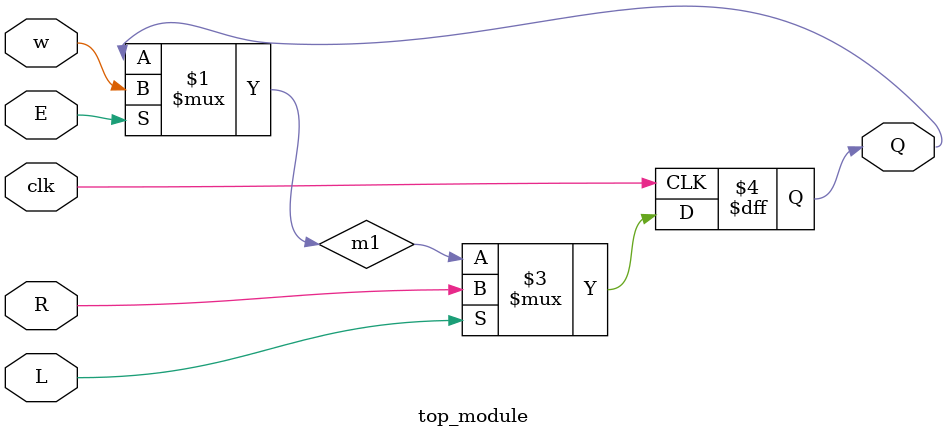
<source format=v>
module top_module (
    input clk,
    input w, R, E, L,
    output Q
);
    wire m1;
    
    assign m1 = E ? w : Q;
    
    always @(posedge clk) begin
        Q <= L ? R : m1;
    end

endmodule

</source>
